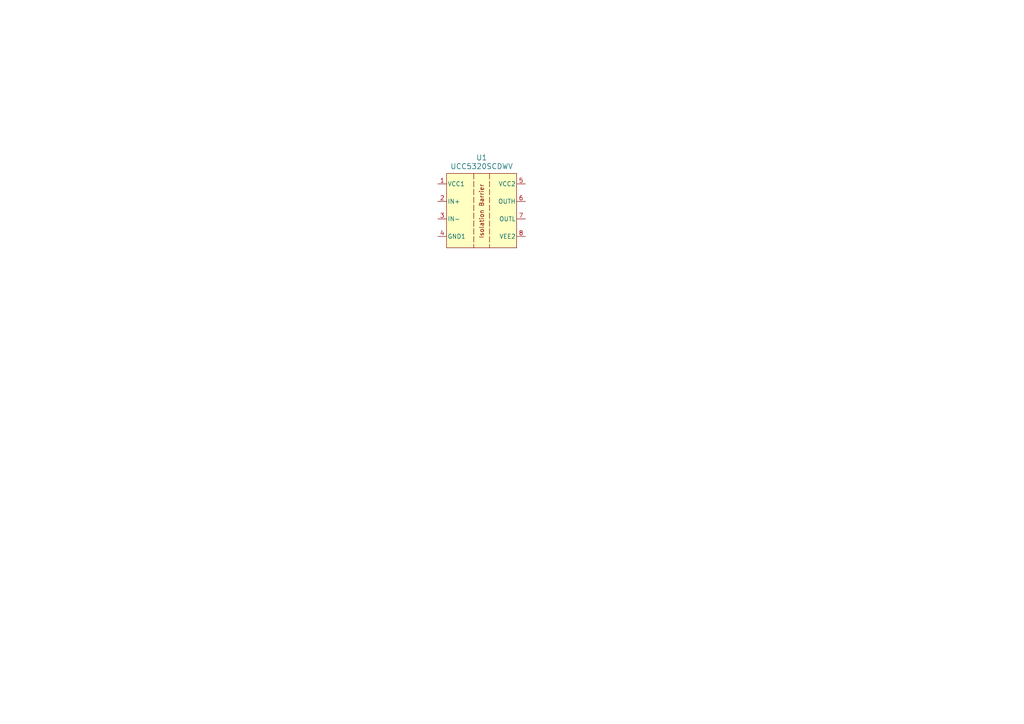
<source format=kicad_sch>
(kicad_sch (version 20250114) (generator "eeschema") (generator_version "9.0")
  (paper "A4")
  (lib_symbols
    (symbol "Library-N1-Gate-Driver:UCC5320SCDWV" (pin_names (offset 0.254))
      (property "Reference" "U?" (at 0 14.478 0))
      (property "Value" "UCC5320SCDWV" (at 0 11.938 0))
      (symbol "UCC5320SCDWV_0_1"
        (pin power_in line (at -12.7 7.62 0) (length 2.54) (name "VCC1") (number "1"))
        (pin input line (at -12.7 2.54 0) (length 2.54) (name "IN+") (number "2"))
        (pin input line (at -12.7 -2.54 0) (length 2.54) (name "IN-") (number "3"))
        (pin power_in line (at -12.7 -7.62 0) (length 2.54) (name "GND1") (number "4"))
        (pin power_in line (at 12.7 7.62 180) (length 2.54) (name "VCC2") (number "5"))
        (pin output line (at 12.7 2.54 180) (length 2.54) (name "OUTH") (number "6"))
        (pin output line (at 12.7 -2.54 180) (length 2.54) (name "OUTL") (number "7"))
        (pin power_in line (at 12.7 -7.62 180) (length 2.54) (name "VEE2") (number "8"))
      )
      (symbol "UCC5320SCDWV_1_1"
        (rectangle (start -10.16 10.668) (end 10.16 -10.922) (fill (type background)))
        (polyline (pts (xy -2.286 10.668) (xy -2.286 -10.922)) (stroke (width 0) (type dash)))
        (polyline (pts (xy 2.286 10.668) (xy 2.286 -10.922)) (stroke (width 0) (type dash)))
        (text "Isolation Barrier" (at 0 -0.254 900) (effects (font (size 1.27 1.27))))
      )
    )
  )
  (symbol (lib_id "Library-N1-Gate-Driver:UCC5320SCDWV") (at 139.7 60.96 0) (unit 1)
    (property "Reference" "U1" (at 139.7 45.72 0) (effects (font (size 1.524 1.524))))
    (property "Value" "UCC5320SCDWV" (at 139.7 48.26 0) (effects (font (size 1.524 1.524))))
    (property "Footprint" "gate_drivers:DWV0008A-IPC_B" (effects (hide yes)))
    (property "Datasheet" "https://www.ti.com/lit/gpn/ucc5320" (effects (hide yes)))
  )
)
</source>
